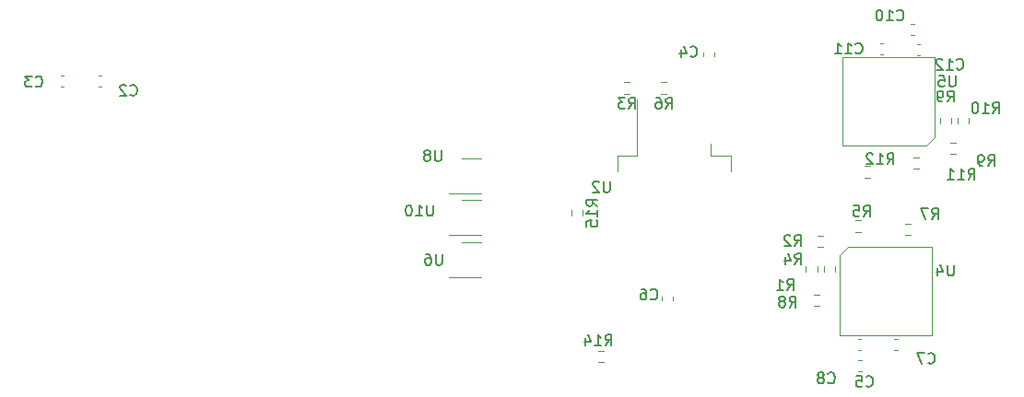
<source format=gbr>
%TF.GenerationSoftware,KiCad,Pcbnew,(6.0.2)*%
%TF.CreationDate,2023-02-07T01:45:27+03:00*%
%TF.ProjectId,Pistol_Camera_Driver,50697374-6f6c-45f4-9361-6d6572615f44,rev?*%
%TF.SameCoordinates,Original*%
%TF.FileFunction,Legend,Bot*%
%TF.FilePolarity,Positive*%
%FSLAX46Y46*%
G04 Gerber Fmt 4.6, Leading zero omitted, Abs format (unit mm)*
G04 Created by KiCad (PCBNEW (6.0.2)) date 2023-02-07 01:45:27*
%MOMM*%
%LPD*%
G01*
G04 APERTURE LIST*
%ADD10C,0.150000*%
%ADD11C,0.120000*%
G04 APERTURE END LIST*
D10*
%TO.C,R15*%
X135132380Y-43694642D02*
X134656190Y-43361309D01*
X135132380Y-43123214D02*
X134132380Y-43123214D01*
X134132380Y-43504166D01*
X134180000Y-43599404D01*
X134227619Y-43647023D01*
X134322857Y-43694642D01*
X134465714Y-43694642D01*
X134560952Y-43647023D01*
X134608571Y-43599404D01*
X134656190Y-43504166D01*
X134656190Y-43123214D01*
X135132380Y-44647023D02*
X135132380Y-44075595D01*
X135132380Y-44361309D02*
X134132380Y-44361309D01*
X134275238Y-44266071D01*
X134370476Y-44170833D01*
X134418095Y-44075595D01*
X134132380Y-45551785D02*
X134132380Y-45075595D01*
X134608571Y-45027976D01*
X134560952Y-45075595D01*
X134513333Y-45170833D01*
X134513333Y-45408928D01*
X134560952Y-45504166D01*
X134608571Y-45551785D01*
X134703809Y-45599404D01*
X134941904Y-45599404D01*
X135037142Y-45551785D01*
X135084761Y-45504166D01*
X135132380Y-45408928D01*
X135132380Y-45170833D01*
X135084761Y-45075595D01*
X135037142Y-45027976D01*
%TO.C,C12*%
X168142857Y-31057142D02*
X168190476Y-31104761D01*
X168333333Y-31152380D01*
X168428571Y-31152380D01*
X168571428Y-31104761D01*
X168666666Y-31009523D01*
X168714285Y-30914285D01*
X168761904Y-30723809D01*
X168761904Y-30580952D01*
X168714285Y-30390476D01*
X168666666Y-30295238D01*
X168571428Y-30200000D01*
X168428571Y-30152380D01*
X168333333Y-30152380D01*
X168190476Y-30200000D01*
X168142857Y-30247619D01*
X167190476Y-31152380D02*
X167761904Y-31152380D01*
X167476190Y-31152380D02*
X167476190Y-30152380D01*
X167571428Y-30295238D01*
X167666666Y-30390476D01*
X167761904Y-30438095D01*
X166809523Y-30247619D02*
X166761904Y-30200000D01*
X166666666Y-30152380D01*
X166428571Y-30152380D01*
X166333333Y-30200000D01*
X166285714Y-30247619D01*
X166238095Y-30342857D01*
X166238095Y-30438095D01*
X166285714Y-30580952D01*
X166857142Y-31152380D01*
X166238095Y-31152380D01*
%TO.C,R6*%
X141416666Y-34732380D02*
X141750000Y-34256190D01*
X141988095Y-34732380D02*
X141988095Y-33732380D01*
X141607142Y-33732380D01*
X141511904Y-33780000D01*
X141464285Y-33827619D01*
X141416666Y-33922857D01*
X141416666Y-34065714D01*
X141464285Y-34160952D01*
X141511904Y-34208571D01*
X141607142Y-34256190D01*
X141988095Y-34256190D01*
X140559523Y-33732380D02*
X140750000Y-33732380D01*
X140845238Y-33780000D01*
X140892857Y-33827619D01*
X140988095Y-33970476D01*
X141035714Y-34160952D01*
X141035714Y-34541904D01*
X140988095Y-34637142D01*
X140940476Y-34684761D01*
X140845238Y-34732380D01*
X140654761Y-34732380D01*
X140559523Y-34684761D01*
X140511904Y-34637142D01*
X140464285Y-34541904D01*
X140464285Y-34303809D01*
X140511904Y-34208571D01*
X140559523Y-34160952D01*
X140654761Y-34113333D01*
X140845238Y-34113333D01*
X140940476Y-34160952D01*
X140988095Y-34208571D01*
X141035714Y-34303809D01*
%TO.C,R7*%
X165866666Y-44902380D02*
X166200000Y-44426190D01*
X166438095Y-44902380D02*
X166438095Y-43902380D01*
X166057142Y-43902380D01*
X165961904Y-43950000D01*
X165914285Y-43997619D01*
X165866666Y-44092857D01*
X165866666Y-44235714D01*
X165914285Y-44330952D01*
X165961904Y-44378571D01*
X166057142Y-44426190D01*
X166438095Y-44426190D01*
X165533333Y-43902380D02*
X164866666Y-43902380D01*
X165295238Y-44902380D01*
%TO.C,R10*%
X171442857Y-35152380D02*
X171776190Y-34676190D01*
X172014285Y-35152380D02*
X172014285Y-34152380D01*
X171633333Y-34152380D01*
X171538095Y-34200000D01*
X171490476Y-34247619D01*
X171442857Y-34342857D01*
X171442857Y-34485714D01*
X171490476Y-34580952D01*
X171538095Y-34628571D01*
X171633333Y-34676190D01*
X172014285Y-34676190D01*
X170490476Y-35152380D02*
X171061904Y-35152380D01*
X170776190Y-35152380D02*
X170776190Y-34152380D01*
X170871428Y-34295238D01*
X170966666Y-34390476D01*
X171061904Y-34438095D01*
X169871428Y-34152380D02*
X169776190Y-34152380D01*
X169680952Y-34200000D01*
X169633333Y-34247619D01*
X169585714Y-34342857D01*
X169538095Y-34533333D01*
X169538095Y-34771428D01*
X169585714Y-34961904D01*
X169633333Y-35057142D01*
X169680952Y-35104761D01*
X169776190Y-35152380D01*
X169871428Y-35152380D01*
X169966666Y-35104761D01*
X170014285Y-35057142D01*
X170061904Y-34961904D01*
X170109523Y-34771428D01*
X170109523Y-34533333D01*
X170061904Y-34342857D01*
X170014285Y-34247619D01*
X169966666Y-34200000D01*
X169871428Y-34152380D01*
%TO.C,C7*%
X165516666Y-58107142D02*
X165564285Y-58154761D01*
X165707142Y-58202380D01*
X165802380Y-58202380D01*
X165945238Y-58154761D01*
X166040476Y-58059523D01*
X166088095Y-57964285D01*
X166135714Y-57773809D01*
X166135714Y-57630952D01*
X166088095Y-57440476D01*
X166040476Y-57345238D01*
X165945238Y-57250000D01*
X165802380Y-57202380D01*
X165707142Y-57202380D01*
X165564285Y-57250000D01*
X165516666Y-57297619D01*
X165183333Y-57202380D02*
X164516666Y-57202380D01*
X164945238Y-58202380D01*
%TO.C,U2*%
X136261904Y-41427380D02*
X136261904Y-42236904D01*
X136214285Y-42332142D01*
X136166666Y-42379761D01*
X136071428Y-42427380D01*
X135880952Y-42427380D01*
X135785714Y-42379761D01*
X135738095Y-42332142D01*
X135690476Y-42236904D01*
X135690476Y-41427380D01*
X135261904Y-41522619D02*
X135214285Y-41475000D01*
X135119047Y-41427380D01*
X134880952Y-41427380D01*
X134785714Y-41475000D01*
X134738095Y-41522619D01*
X134690476Y-41617857D01*
X134690476Y-41713095D01*
X134738095Y-41855952D01*
X135309523Y-42427380D01*
X134690476Y-42427380D01*
%TO.C,R14*%
X135842857Y-56502380D02*
X136176190Y-56026190D01*
X136414285Y-56502380D02*
X136414285Y-55502380D01*
X136033333Y-55502380D01*
X135938095Y-55550000D01*
X135890476Y-55597619D01*
X135842857Y-55692857D01*
X135842857Y-55835714D01*
X135890476Y-55930952D01*
X135938095Y-55978571D01*
X136033333Y-56026190D01*
X136414285Y-56026190D01*
X134890476Y-56502380D02*
X135461904Y-56502380D01*
X135176190Y-56502380D02*
X135176190Y-55502380D01*
X135271428Y-55645238D01*
X135366666Y-55740476D01*
X135461904Y-55788095D01*
X134033333Y-55835714D02*
X134033333Y-56502380D01*
X134271428Y-55454761D02*
X134509523Y-56169047D01*
X133890476Y-56169047D01*
%TO.C,R3*%
X138016666Y-34732380D02*
X138350000Y-34256190D01*
X138588095Y-34732380D02*
X138588095Y-33732380D01*
X138207142Y-33732380D01*
X138111904Y-33780000D01*
X138064285Y-33827619D01*
X138016666Y-33922857D01*
X138016666Y-34065714D01*
X138064285Y-34160952D01*
X138111904Y-34208571D01*
X138207142Y-34256190D01*
X138588095Y-34256190D01*
X137683333Y-33732380D02*
X137064285Y-33732380D01*
X137397619Y-34113333D01*
X137254761Y-34113333D01*
X137159523Y-34160952D01*
X137111904Y-34208571D01*
X137064285Y-34303809D01*
X137064285Y-34541904D01*
X137111904Y-34637142D01*
X137159523Y-34684761D01*
X137254761Y-34732380D01*
X137540476Y-34732380D01*
X137635714Y-34684761D01*
X137683333Y-34637142D01*
%TO.C,R9*%
X171016666Y-40002380D02*
X171350000Y-39526190D01*
X171588095Y-40002380D02*
X171588095Y-39002380D01*
X171207142Y-39002380D01*
X171111904Y-39050000D01*
X171064285Y-39097619D01*
X171016666Y-39192857D01*
X171016666Y-39335714D01*
X171064285Y-39430952D01*
X171111904Y-39478571D01*
X171207142Y-39526190D01*
X171588095Y-39526190D01*
X170540476Y-40002380D02*
X170350000Y-40002380D01*
X170254761Y-39954761D01*
X170207142Y-39907142D01*
X170111904Y-39764285D01*
X170064285Y-39573809D01*
X170064285Y-39192857D01*
X170111904Y-39097619D01*
X170159523Y-39050000D01*
X170254761Y-39002380D01*
X170445238Y-39002380D01*
X170540476Y-39050000D01*
X170588095Y-39097619D01*
X170635714Y-39192857D01*
X170635714Y-39430952D01*
X170588095Y-39526190D01*
X170540476Y-39573809D01*
X170445238Y-39621428D01*
X170254761Y-39621428D01*
X170159523Y-39573809D01*
X170111904Y-39526190D01*
X170064285Y-39430952D01*
%TO.C,R1*%
X152566666Y-51402380D02*
X152900000Y-50926190D01*
X153138095Y-51402380D02*
X153138095Y-50402380D01*
X152757142Y-50402380D01*
X152661904Y-50450000D01*
X152614285Y-50497619D01*
X152566666Y-50592857D01*
X152566666Y-50735714D01*
X152614285Y-50830952D01*
X152661904Y-50878571D01*
X152757142Y-50926190D01*
X153138095Y-50926190D01*
X151614285Y-51402380D02*
X152185714Y-51402380D01*
X151900000Y-51402380D02*
X151900000Y-50402380D01*
X151995238Y-50545238D01*
X152090476Y-50640476D01*
X152185714Y-50688095D01*
%TO.C,R4*%
X153266666Y-49052380D02*
X153600000Y-48576190D01*
X153838095Y-49052380D02*
X153838095Y-48052380D01*
X153457142Y-48052380D01*
X153361904Y-48100000D01*
X153314285Y-48147619D01*
X153266666Y-48242857D01*
X153266666Y-48385714D01*
X153314285Y-48480952D01*
X153361904Y-48528571D01*
X153457142Y-48576190D01*
X153838095Y-48576190D01*
X152409523Y-48385714D02*
X152409523Y-49052380D01*
X152647619Y-48004761D02*
X152885714Y-48719047D01*
X152266666Y-48719047D01*
%TO.C,C3*%
X83516666Y-32657142D02*
X83564285Y-32704761D01*
X83707142Y-32752380D01*
X83802380Y-32752380D01*
X83945238Y-32704761D01*
X84040476Y-32609523D01*
X84088095Y-32514285D01*
X84135714Y-32323809D01*
X84135714Y-32180952D01*
X84088095Y-31990476D01*
X84040476Y-31895238D01*
X83945238Y-31800000D01*
X83802380Y-31752380D01*
X83707142Y-31752380D01*
X83564285Y-31800000D01*
X83516666Y-31847619D01*
X83183333Y-31752380D02*
X82564285Y-31752380D01*
X82897619Y-32133333D01*
X82754761Y-32133333D01*
X82659523Y-32180952D01*
X82611904Y-32228571D01*
X82564285Y-32323809D01*
X82564285Y-32561904D01*
X82611904Y-32657142D01*
X82659523Y-32704761D01*
X82754761Y-32752380D01*
X83040476Y-32752380D01*
X83135714Y-32704761D01*
X83183333Y-32657142D01*
%TO.C,R2*%
X153216666Y-47352380D02*
X153550000Y-46876190D01*
X153788095Y-47352380D02*
X153788095Y-46352380D01*
X153407142Y-46352380D01*
X153311904Y-46400000D01*
X153264285Y-46447619D01*
X153216666Y-46542857D01*
X153216666Y-46685714D01*
X153264285Y-46780952D01*
X153311904Y-46828571D01*
X153407142Y-46876190D01*
X153788095Y-46876190D01*
X152835714Y-46447619D02*
X152788095Y-46400000D01*
X152692857Y-46352380D01*
X152454761Y-46352380D01*
X152359523Y-46400000D01*
X152311904Y-46447619D01*
X152264285Y-46542857D01*
X152264285Y-46638095D01*
X152311904Y-46780952D01*
X152883333Y-47352380D01*
X152264285Y-47352380D01*
%TO.C,C5*%
X159816666Y-60207142D02*
X159864285Y-60254761D01*
X160007142Y-60302380D01*
X160102380Y-60302380D01*
X160245238Y-60254761D01*
X160340476Y-60159523D01*
X160388095Y-60064285D01*
X160435714Y-59873809D01*
X160435714Y-59730952D01*
X160388095Y-59540476D01*
X160340476Y-59445238D01*
X160245238Y-59350000D01*
X160102380Y-59302380D01*
X160007142Y-59302380D01*
X159864285Y-59350000D01*
X159816666Y-59397619D01*
X158911904Y-59302380D02*
X159388095Y-59302380D01*
X159435714Y-59778571D01*
X159388095Y-59730952D01*
X159292857Y-59683333D01*
X159054761Y-59683333D01*
X158959523Y-59730952D01*
X158911904Y-59778571D01*
X158864285Y-59873809D01*
X158864285Y-60111904D01*
X158911904Y-60207142D01*
X158959523Y-60254761D01*
X159054761Y-60302380D01*
X159292857Y-60302380D01*
X159388095Y-60254761D01*
X159435714Y-60207142D01*
%TO.C,C11*%
X158842857Y-29607142D02*
X158890476Y-29654761D01*
X159033333Y-29702380D01*
X159128571Y-29702380D01*
X159271428Y-29654761D01*
X159366666Y-29559523D01*
X159414285Y-29464285D01*
X159461904Y-29273809D01*
X159461904Y-29130952D01*
X159414285Y-28940476D01*
X159366666Y-28845238D01*
X159271428Y-28750000D01*
X159128571Y-28702380D01*
X159033333Y-28702380D01*
X158890476Y-28750000D01*
X158842857Y-28797619D01*
X157890476Y-29702380D02*
X158461904Y-29702380D01*
X158176190Y-29702380D02*
X158176190Y-28702380D01*
X158271428Y-28845238D01*
X158366666Y-28940476D01*
X158461904Y-28988095D01*
X156938095Y-29702380D02*
X157509523Y-29702380D01*
X157223809Y-29702380D02*
X157223809Y-28702380D01*
X157319047Y-28845238D01*
X157414285Y-28940476D01*
X157509523Y-28988095D01*
%TO.C,R12*%
X161742857Y-39852380D02*
X162076190Y-39376190D01*
X162314285Y-39852380D02*
X162314285Y-38852380D01*
X161933333Y-38852380D01*
X161838095Y-38900000D01*
X161790476Y-38947619D01*
X161742857Y-39042857D01*
X161742857Y-39185714D01*
X161790476Y-39280952D01*
X161838095Y-39328571D01*
X161933333Y-39376190D01*
X162314285Y-39376190D01*
X160790476Y-39852380D02*
X161361904Y-39852380D01*
X161076190Y-39852380D02*
X161076190Y-38852380D01*
X161171428Y-38995238D01*
X161266666Y-39090476D01*
X161361904Y-39138095D01*
X160409523Y-38947619D02*
X160361904Y-38900000D01*
X160266666Y-38852380D01*
X160028571Y-38852380D01*
X159933333Y-38900000D01*
X159885714Y-38947619D01*
X159838095Y-39042857D01*
X159838095Y-39138095D01*
X159885714Y-39280952D01*
X160457142Y-39852380D01*
X159838095Y-39852380D01*
%TO.C,R8*%
X152766666Y-53002380D02*
X153100000Y-52526190D01*
X153338095Y-53002380D02*
X153338095Y-52002380D01*
X152957142Y-52002380D01*
X152861904Y-52050000D01*
X152814285Y-52097619D01*
X152766666Y-52192857D01*
X152766666Y-52335714D01*
X152814285Y-52430952D01*
X152861904Y-52478571D01*
X152957142Y-52526190D01*
X153338095Y-52526190D01*
X152195238Y-52430952D02*
X152290476Y-52383333D01*
X152338095Y-52335714D01*
X152385714Y-52240476D01*
X152385714Y-52192857D01*
X152338095Y-52097619D01*
X152290476Y-52050000D01*
X152195238Y-52002380D01*
X152004761Y-52002380D01*
X151909523Y-52050000D01*
X151861904Y-52097619D01*
X151814285Y-52192857D01*
X151814285Y-52240476D01*
X151861904Y-52335714D01*
X151909523Y-52383333D01*
X152004761Y-52430952D01*
X152195238Y-52430952D01*
X152290476Y-52478571D01*
X152338095Y-52526190D01*
X152385714Y-52621428D01*
X152385714Y-52811904D01*
X152338095Y-52907142D01*
X152290476Y-52954761D01*
X152195238Y-53002380D01*
X152004761Y-53002380D01*
X151909523Y-52954761D01*
X151861904Y-52907142D01*
X151814285Y-52811904D01*
X151814285Y-52621428D01*
X151861904Y-52526190D01*
X151909523Y-52478571D01*
X152004761Y-52430952D01*
%TO.C,R5*%
X159566666Y-44652380D02*
X159900000Y-44176190D01*
X160138095Y-44652380D02*
X160138095Y-43652380D01*
X159757142Y-43652380D01*
X159661904Y-43700000D01*
X159614285Y-43747619D01*
X159566666Y-43842857D01*
X159566666Y-43985714D01*
X159614285Y-44080952D01*
X159661904Y-44128571D01*
X159757142Y-44176190D01*
X160138095Y-44176190D01*
X158661904Y-43652380D02*
X159138095Y-43652380D01*
X159185714Y-44128571D01*
X159138095Y-44080952D01*
X159042857Y-44033333D01*
X158804761Y-44033333D01*
X158709523Y-44080952D01*
X158661904Y-44128571D01*
X158614285Y-44223809D01*
X158614285Y-44461904D01*
X158661904Y-44557142D01*
X158709523Y-44604761D01*
X158804761Y-44652380D01*
X159042857Y-44652380D01*
X159138095Y-44604761D01*
X159185714Y-44557142D01*
%TO.C,R9*%
X167266666Y-34102380D02*
X167600000Y-33626190D01*
X167838095Y-34102380D02*
X167838095Y-33102380D01*
X167457142Y-33102380D01*
X167361904Y-33150000D01*
X167314285Y-33197619D01*
X167266666Y-33292857D01*
X167266666Y-33435714D01*
X167314285Y-33530952D01*
X167361904Y-33578571D01*
X167457142Y-33626190D01*
X167838095Y-33626190D01*
X166790476Y-34102380D02*
X166600000Y-34102380D01*
X166504761Y-34054761D01*
X166457142Y-34007142D01*
X166361904Y-33864285D01*
X166314285Y-33673809D01*
X166314285Y-33292857D01*
X166361904Y-33197619D01*
X166409523Y-33150000D01*
X166504761Y-33102380D01*
X166695238Y-33102380D01*
X166790476Y-33150000D01*
X166838095Y-33197619D01*
X166885714Y-33292857D01*
X166885714Y-33530952D01*
X166838095Y-33626190D01*
X166790476Y-33673809D01*
X166695238Y-33721428D01*
X166504761Y-33721428D01*
X166409523Y-33673809D01*
X166361904Y-33626190D01*
X166314285Y-33530952D01*
%TO.C,U8*%
X120761904Y-38552380D02*
X120761904Y-39361904D01*
X120714285Y-39457142D01*
X120666666Y-39504761D01*
X120571428Y-39552380D01*
X120380952Y-39552380D01*
X120285714Y-39504761D01*
X120238095Y-39457142D01*
X120190476Y-39361904D01*
X120190476Y-38552380D01*
X119571428Y-38980952D02*
X119666666Y-38933333D01*
X119714285Y-38885714D01*
X119761904Y-38790476D01*
X119761904Y-38742857D01*
X119714285Y-38647619D01*
X119666666Y-38600000D01*
X119571428Y-38552380D01*
X119380952Y-38552380D01*
X119285714Y-38600000D01*
X119238095Y-38647619D01*
X119190476Y-38742857D01*
X119190476Y-38790476D01*
X119238095Y-38885714D01*
X119285714Y-38933333D01*
X119380952Y-38980952D01*
X119571428Y-38980952D01*
X119666666Y-39028571D01*
X119714285Y-39076190D01*
X119761904Y-39171428D01*
X119761904Y-39361904D01*
X119714285Y-39457142D01*
X119666666Y-39504761D01*
X119571428Y-39552380D01*
X119380952Y-39552380D01*
X119285714Y-39504761D01*
X119238095Y-39457142D01*
X119190476Y-39361904D01*
X119190476Y-39171428D01*
X119238095Y-39076190D01*
X119285714Y-39028571D01*
X119380952Y-38980952D01*
%TO.C,C2*%
X92216666Y-33457142D02*
X92264285Y-33504761D01*
X92407142Y-33552380D01*
X92502380Y-33552380D01*
X92645238Y-33504761D01*
X92740476Y-33409523D01*
X92788095Y-33314285D01*
X92835714Y-33123809D01*
X92835714Y-32980952D01*
X92788095Y-32790476D01*
X92740476Y-32695238D01*
X92645238Y-32600000D01*
X92502380Y-32552380D01*
X92407142Y-32552380D01*
X92264285Y-32600000D01*
X92216666Y-32647619D01*
X91835714Y-32647619D02*
X91788095Y-32600000D01*
X91692857Y-32552380D01*
X91454761Y-32552380D01*
X91359523Y-32600000D01*
X91311904Y-32647619D01*
X91264285Y-32742857D01*
X91264285Y-32838095D01*
X91311904Y-32980952D01*
X91883333Y-33552380D01*
X91264285Y-33552380D01*
%TO.C,C10*%
X162642857Y-26557142D02*
X162690476Y-26604761D01*
X162833333Y-26652380D01*
X162928571Y-26652380D01*
X163071428Y-26604761D01*
X163166666Y-26509523D01*
X163214285Y-26414285D01*
X163261904Y-26223809D01*
X163261904Y-26080952D01*
X163214285Y-25890476D01*
X163166666Y-25795238D01*
X163071428Y-25700000D01*
X162928571Y-25652380D01*
X162833333Y-25652380D01*
X162690476Y-25700000D01*
X162642857Y-25747619D01*
X161690476Y-26652380D02*
X162261904Y-26652380D01*
X161976190Y-26652380D02*
X161976190Y-25652380D01*
X162071428Y-25795238D01*
X162166666Y-25890476D01*
X162261904Y-25938095D01*
X161071428Y-25652380D02*
X160976190Y-25652380D01*
X160880952Y-25700000D01*
X160833333Y-25747619D01*
X160785714Y-25842857D01*
X160738095Y-26033333D01*
X160738095Y-26271428D01*
X160785714Y-26461904D01*
X160833333Y-26557142D01*
X160880952Y-26604761D01*
X160976190Y-26652380D01*
X161071428Y-26652380D01*
X161166666Y-26604761D01*
X161214285Y-26557142D01*
X161261904Y-26461904D01*
X161309523Y-26271428D01*
X161309523Y-26033333D01*
X161261904Y-25842857D01*
X161214285Y-25747619D01*
X161166666Y-25700000D01*
X161071428Y-25652380D01*
%TO.C,C6*%
X140016666Y-52207142D02*
X140064285Y-52254761D01*
X140207142Y-52302380D01*
X140302380Y-52302380D01*
X140445238Y-52254761D01*
X140540476Y-52159523D01*
X140588095Y-52064285D01*
X140635714Y-51873809D01*
X140635714Y-51730952D01*
X140588095Y-51540476D01*
X140540476Y-51445238D01*
X140445238Y-51350000D01*
X140302380Y-51302380D01*
X140207142Y-51302380D01*
X140064285Y-51350000D01*
X140016666Y-51397619D01*
X139159523Y-51302380D02*
X139350000Y-51302380D01*
X139445238Y-51350000D01*
X139492857Y-51397619D01*
X139588095Y-51540476D01*
X139635714Y-51730952D01*
X139635714Y-52111904D01*
X139588095Y-52207142D01*
X139540476Y-52254761D01*
X139445238Y-52302380D01*
X139254761Y-52302380D01*
X139159523Y-52254761D01*
X139111904Y-52207142D01*
X139064285Y-52111904D01*
X139064285Y-51873809D01*
X139111904Y-51778571D01*
X139159523Y-51730952D01*
X139254761Y-51683333D01*
X139445238Y-51683333D01*
X139540476Y-51730952D01*
X139588095Y-51778571D01*
X139635714Y-51873809D01*
%TO.C,U6*%
X120861904Y-48102380D02*
X120861904Y-48911904D01*
X120814285Y-49007142D01*
X120766666Y-49054761D01*
X120671428Y-49102380D01*
X120480952Y-49102380D01*
X120385714Y-49054761D01*
X120338095Y-49007142D01*
X120290476Y-48911904D01*
X120290476Y-48102380D01*
X119385714Y-48102380D02*
X119576190Y-48102380D01*
X119671428Y-48150000D01*
X119719047Y-48197619D01*
X119814285Y-48340476D01*
X119861904Y-48530952D01*
X119861904Y-48911904D01*
X119814285Y-49007142D01*
X119766666Y-49054761D01*
X119671428Y-49102380D01*
X119480952Y-49102380D01*
X119385714Y-49054761D01*
X119338095Y-49007142D01*
X119290476Y-48911904D01*
X119290476Y-48673809D01*
X119338095Y-48578571D01*
X119385714Y-48530952D01*
X119480952Y-48483333D01*
X119671428Y-48483333D01*
X119766666Y-48530952D01*
X119814285Y-48578571D01*
X119861904Y-48673809D01*
%TO.C,R11*%
X169192857Y-41252380D02*
X169526190Y-40776190D01*
X169764285Y-41252380D02*
X169764285Y-40252380D01*
X169383333Y-40252380D01*
X169288095Y-40300000D01*
X169240476Y-40347619D01*
X169192857Y-40442857D01*
X169192857Y-40585714D01*
X169240476Y-40680952D01*
X169288095Y-40728571D01*
X169383333Y-40776190D01*
X169764285Y-40776190D01*
X168240476Y-41252380D02*
X168811904Y-41252380D01*
X168526190Y-41252380D02*
X168526190Y-40252380D01*
X168621428Y-40395238D01*
X168716666Y-40490476D01*
X168811904Y-40538095D01*
X167288095Y-41252380D02*
X167859523Y-41252380D01*
X167573809Y-41252380D02*
X167573809Y-40252380D01*
X167669047Y-40395238D01*
X167764285Y-40490476D01*
X167859523Y-40538095D01*
%TO.C,U4*%
X167861904Y-49102380D02*
X167861904Y-49911904D01*
X167814285Y-50007142D01*
X167766666Y-50054761D01*
X167671428Y-50102380D01*
X167480952Y-50102380D01*
X167385714Y-50054761D01*
X167338095Y-50007142D01*
X167290476Y-49911904D01*
X167290476Y-49102380D01*
X166385714Y-49435714D02*
X166385714Y-50102380D01*
X166623809Y-49054761D02*
X166861904Y-49769047D01*
X166242857Y-49769047D01*
%TO.C,U10*%
X120038095Y-43602380D02*
X120038095Y-44411904D01*
X119990476Y-44507142D01*
X119942857Y-44554761D01*
X119847619Y-44602380D01*
X119657142Y-44602380D01*
X119561904Y-44554761D01*
X119514285Y-44507142D01*
X119466666Y-44411904D01*
X119466666Y-43602380D01*
X118466666Y-44602380D02*
X119038095Y-44602380D01*
X118752380Y-44602380D02*
X118752380Y-43602380D01*
X118847619Y-43745238D01*
X118942857Y-43840476D01*
X119038095Y-43888095D01*
X117847619Y-43602380D02*
X117752380Y-43602380D01*
X117657142Y-43650000D01*
X117609523Y-43697619D01*
X117561904Y-43792857D01*
X117514285Y-43983333D01*
X117514285Y-44221428D01*
X117561904Y-44411904D01*
X117609523Y-44507142D01*
X117657142Y-44554761D01*
X117752380Y-44602380D01*
X117847619Y-44602380D01*
X117942857Y-44554761D01*
X117990476Y-44507142D01*
X118038095Y-44411904D01*
X118085714Y-44221428D01*
X118085714Y-43983333D01*
X118038095Y-43792857D01*
X117990476Y-43697619D01*
X117942857Y-43650000D01*
X117847619Y-43602380D01*
%TO.C,U5*%
X168011904Y-31702380D02*
X168011904Y-32511904D01*
X167964285Y-32607142D01*
X167916666Y-32654761D01*
X167821428Y-32702380D01*
X167630952Y-32702380D01*
X167535714Y-32654761D01*
X167488095Y-32607142D01*
X167440476Y-32511904D01*
X167440476Y-31702380D01*
X166488095Y-31702380D02*
X166964285Y-31702380D01*
X167011904Y-32178571D01*
X166964285Y-32130952D01*
X166869047Y-32083333D01*
X166630952Y-32083333D01*
X166535714Y-32130952D01*
X166488095Y-32178571D01*
X166440476Y-32273809D01*
X166440476Y-32511904D01*
X166488095Y-32607142D01*
X166535714Y-32654761D01*
X166630952Y-32702380D01*
X166869047Y-32702380D01*
X166964285Y-32654761D01*
X167011904Y-32607142D01*
%TO.C,C8*%
X156316666Y-59907142D02*
X156364285Y-59954761D01*
X156507142Y-60002380D01*
X156602380Y-60002380D01*
X156745238Y-59954761D01*
X156840476Y-59859523D01*
X156888095Y-59764285D01*
X156935714Y-59573809D01*
X156935714Y-59430952D01*
X156888095Y-59240476D01*
X156840476Y-59145238D01*
X156745238Y-59050000D01*
X156602380Y-59002380D01*
X156507142Y-59002380D01*
X156364285Y-59050000D01*
X156316666Y-59097619D01*
X155745238Y-59430952D02*
X155840476Y-59383333D01*
X155888095Y-59335714D01*
X155935714Y-59240476D01*
X155935714Y-59192857D01*
X155888095Y-59097619D01*
X155840476Y-59050000D01*
X155745238Y-59002380D01*
X155554761Y-59002380D01*
X155459523Y-59050000D01*
X155411904Y-59097619D01*
X155364285Y-59192857D01*
X155364285Y-59240476D01*
X155411904Y-59335714D01*
X155459523Y-59383333D01*
X155554761Y-59430952D01*
X155745238Y-59430952D01*
X155840476Y-59478571D01*
X155888095Y-59526190D01*
X155935714Y-59621428D01*
X155935714Y-59811904D01*
X155888095Y-59907142D01*
X155840476Y-59954761D01*
X155745238Y-60002380D01*
X155554761Y-60002380D01*
X155459523Y-59954761D01*
X155411904Y-59907142D01*
X155364285Y-59811904D01*
X155364285Y-59621428D01*
X155411904Y-59526190D01*
X155459523Y-59478571D01*
X155554761Y-59430952D01*
%TO.C,C4*%
X143666666Y-29907142D02*
X143714285Y-29954761D01*
X143857142Y-30002380D01*
X143952380Y-30002380D01*
X144095238Y-29954761D01*
X144190476Y-29859523D01*
X144238095Y-29764285D01*
X144285714Y-29573809D01*
X144285714Y-29430952D01*
X144238095Y-29240476D01*
X144190476Y-29145238D01*
X144095238Y-29050000D01*
X143952380Y-29002380D01*
X143857142Y-29002380D01*
X143714285Y-29050000D01*
X143666666Y-29097619D01*
X142809523Y-29335714D02*
X142809523Y-30002380D01*
X143047619Y-28954761D02*
X143285714Y-29669047D01*
X142666666Y-29669047D01*
D11*
%TO.C,R15*%
X133772500Y-44592224D02*
X133772500Y-44082776D01*
X132727500Y-44592224D02*
X132727500Y-44082776D01*
%TO.C,C12*%
X164466233Y-28840000D02*
X164758767Y-28840000D01*
X164466233Y-29860000D02*
X164758767Y-29860000D01*
%TO.C,R6*%
X140995276Y-33372500D02*
X141504724Y-33372500D01*
X140995276Y-32327500D02*
X141504724Y-32327500D01*
%TO.C,R7*%
X163892224Y-45327500D02*
X163382776Y-45327500D01*
X163892224Y-46372500D02*
X163382776Y-46372500D01*
%TO.C,R10*%
X168177500Y-35595276D02*
X168177500Y-36104724D01*
X169222500Y-35595276D02*
X169222500Y-36104724D01*
%TO.C,C7*%
X162696267Y-55940000D02*
X162403733Y-55940000D01*
X162696267Y-56960000D02*
X162403733Y-56960000D01*
%TO.C,U2*%
X136950000Y-40525000D02*
X136950000Y-39025000D01*
X145540000Y-39025000D02*
X145540000Y-37925000D01*
X147350000Y-40525000D02*
X147350000Y-39025000D01*
X147350000Y-39025000D02*
X145540000Y-39025000D01*
X136950000Y-39025000D02*
X138760000Y-39025000D01*
X138760000Y-39025000D02*
X138760000Y-33900000D01*
%TO.C,R14*%
X135157776Y-57027500D02*
X135667224Y-57027500D01*
X135157776Y-58072500D02*
X135667224Y-58072500D01*
%TO.C,R3*%
X137595276Y-32327500D02*
X138104724Y-32327500D01*
X137595276Y-33372500D02*
X138104724Y-33372500D01*
%TO.C,R9*%
X168054724Y-38922500D02*
X167545276Y-38922500D01*
X168054724Y-37877500D02*
X167545276Y-37877500D01*
%TO.C,R1*%
X156972500Y-49704724D02*
X156972500Y-49195276D01*
X155927500Y-49704724D02*
X155927500Y-49195276D01*
%TO.C,R4*%
X154277500Y-49704724D02*
X154277500Y-49195276D01*
X155322500Y-49704724D02*
X155322500Y-49195276D01*
%TO.C,C3*%
X85816233Y-32690000D02*
X86108767Y-32690000D01*
X85816233Y-31670000D02*
X86108767Y-31670000D01*
%TO.C,R2*%
X155357776Y-46427500D02*
X155867224Y-46427500D01*
X155357776Y-47472500D02*
X155867224Y-47472500D01*
%TO.C,C5*%
X159103733Y-58910000D02*
X159396267Y-58910000D01*
X159103733Y-57890000D02*
X159396267Y-57890000D01*
%TO.C,C11*%
X161103733Y-29760000D02*
X161396267Y-29760000D01*
X161103733Y-28740000D02*
X161396267Y-28740000D01*
%TO.C,R12*%
X159657776Y-40027500D02*
X160167224Y-40027500D01*
X159657776Y-41072500D02*
X160167224Y-41072500D01*
%TO.C,R8*%
X155007776Y-51827500D02*
X155517224Y-51827500D01*
X155007776Y-52872500D02*
X155517224Y-52872500D01*
%TO.C,R5*%
X158795276Y-45027500D02*
X159304724Y-45027500D01*
X158795276Y-46072500D02*
X159304724Y-46072500D01*
%TO.C,R9*%
X167622500Y-35582776D02*
X167622500Y-36092224D01*
X166577500Y-35582776D02*
X166577500Y-36092224D01*
%TO.C,U8*%
X124450000Y-42510000D02*
X121500000Y-42510000D01*
X122650000Y-39290000D02*
X124450000Y-39290000D01*
%TO.C,C2*%
X89596267Y-31720000D02*
X89303733Y-31720000D01*
X89596267Y-32740000D02*
X89303733Y-32740000D01*
%TO.C,C10*%
X163903733Y-26940000D02*
X164196267Y-26940000D01*
X163903733Y-27960000D02*
X164196267Y-27960000D01*
%TO.C,C6*%
X141040000Y-52041233D02*
X141040000Y-52333767D01*
X142060000Y-52041233D02*
X142060000Y-52333767D01*
%TO.C,U6*%
X122650000Y-46990000D02*
X124450000Y-46990000D01*
X124450000Y-50210000D02*
X121500000Y-50210000D01*
%TO.C,R11*%
X164654724Y-40272500D02*
X164145276Y-40272500D01*
X164654724Y-39227500D02*
X164145276Y-39227500D01*
%TO.C,U4*%
X158175000Y-47425000D02*
X157375000Y-48225000D01*
X157375000Y-55575000D02*
X165825000Y-55575000D01*
X157375000Y-48225000D02*
X157375000Y-55575000D01*
X165825000Y-47425000D02*
X158175000Y-47425000D01*
X165825000Y-55575000D02*
X165825000Y-47425000D01*
%TO.C,U10*%
X122650000Y-43140000D02*
X124450000Y-43140000D01*
X124450000Y-46360000D02*
X121500000Y-46360000D01*
%TO.C,U5*%
X165325000Y-38175000D02*
X166125000Y-37375000D01*
X166125000Y-37375000D02*
X166125000Y-30025000D01*
X166125000Y-30025000D02*
X157675000Y-30025000D01*
X157675000Y-38175000D02*
X165325000Y-38175000D01*
X157675000Y-30025000D02*
X157675000Y-38175000D01*
%TO.C,C8*%
X159346267Y-56910000D02*
X159053733Y-56910000D01*
X159346267Y-55890000D02*
X159053733Y-55890000D01*
%TO.C,C4*%
X145860000Y-29896267D02*
X145860000Y-29603733D01*
X144840000Y-29896267D02*
X144840000Y-29603733D01*
%TD*%
M02*

</source>
